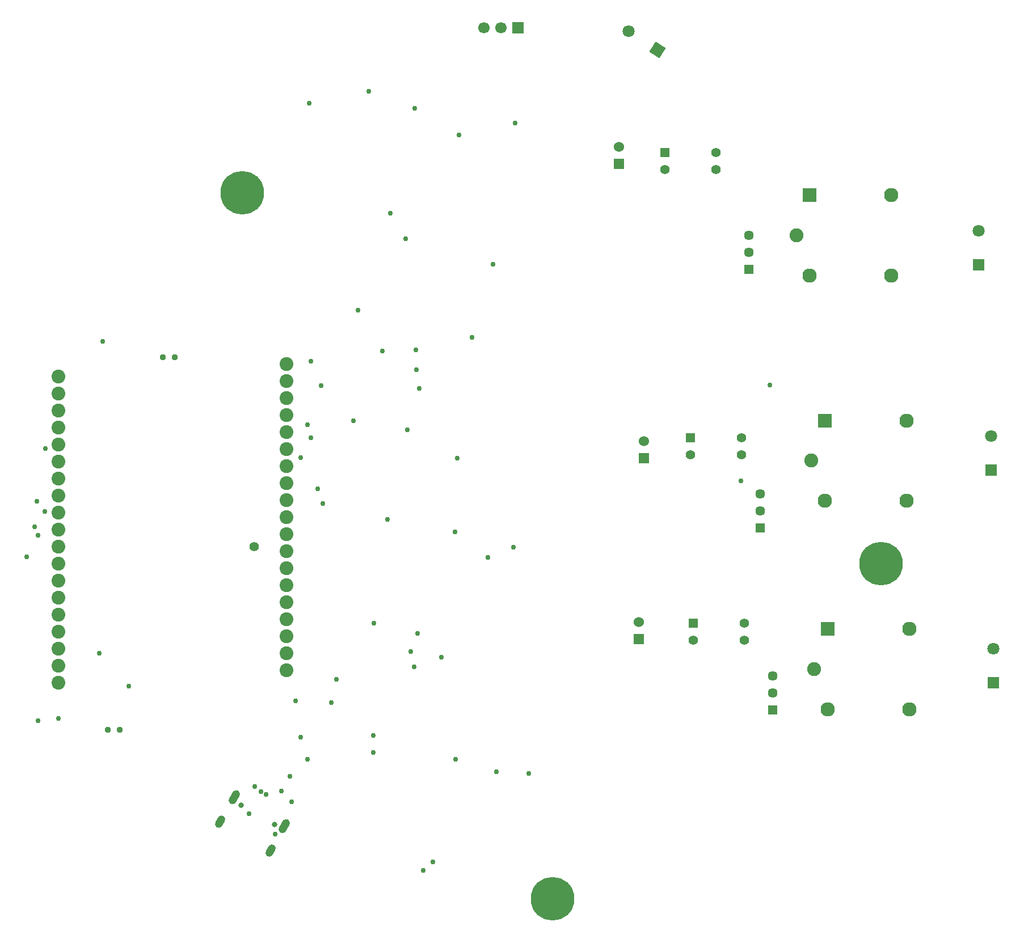
<source format=gbs>
G04*
G04 #@! TF.GenerationSoftware,Altium Limited,Altium Designer,25.5.2 (35)*
G04*
G04 Layer_Color=16711935*
%FSLAX44Y44*%
%MOMM*%
G71*
G04*
G04 #@! TF.SameCoordinates,1C876D45-0CCD-4BF8-8A60-7BCD78DFC47F*
G04*
G04*
G04 #@! TF.FilePolarity,Negative*
G04*
G01*
G75*
%ADD56R,1.7000X1.7000*%
G04:AMPARAMS|DCode=66|XSize=1.15mm|YSize=1.95mm|CornerRadius=0.575mm|HoleSize=0mm|Usage=FLASHONLY|Rotation=330.000|XOffset=0mm|YOffset=0mm|HoleType=Round|Shape=RoundedRectangle|*
%AMROUNDEDRECTD66*
21,1,1.1500,0.8000,0,0,330.0*
21,1,0.0000,1.9500,0,0,330.0*
1,1,1.1500,-0.2000,-0.3464*
1,1,1.1500,-0.2000,-0.3464*
1,1,1.1500,0.2000,0.3464*
1,1,1.1500,0.2000,0.3464*
%
%ADD66ROUNDEDRECTD66*%
G04:AMPARAMS|DCode=67|XSize=1.15mm|YSize=2.25mm|CornerRadius=0.575mm|HoleSize=0mm|Usage=FLASHONLY|Rotation=330.000|XOffset=0mm|YOffset=0mm|HoleType=Round|Shape=RoundedRectangle|*
%AMROUNDEDRECTD67*
21,1,1.1500,1.1000,0,0,330.0*
21,1,0.0000,2.2500,0,0,330.0*
1,1,1.1500,-0.2750,-0.4763*
1,1,1.1500,-0.2750,-0.4763*
1,1,1.1500,0.2750,0.4763*
1,1,1.1500,0.2750,0.4763*
%
%ADD67ROUNDEDRECTD67*%
%ADD68C,6.5000*%
%ADD69C,1.4480*%
%ADD70R,1.4480X1.4480*%
%ADD71C,1.4100*%
%ADD72R,1.4100X1.4100*%
%ADD73C,1.5280*%
%ADD74R,1.5280X1.5280*%
%ADD75C,1.8000*%
%ADD76P,2.5456X4X192.0*%
%ADD77C,2.1300*%
%ADD78C,2.0850*%
%ADD79R,2.1300X2.1300*%
%ADD80C,1.7000*%
%ADD81C,2.0550*%
%ADD82R,1.8000X1.8000*%
%ADD83C,0.9500*%
%ADD84C,0.7500*%
%ADD85C,1.4200*%
%ADD107C,0.8000*%
D56*
X1096010Y1461770D02*
D03*
D66*
X651833Y276393D02*
D03*
X726657Y233193D02*
D03*
D67*
X747557Y269393D02*
D03*
X672733Y312593D02*
D03*
D68*
X1638300Y661670D02*
D03*
X684530Y1215390D02*
D03*
X1148080Y161290D02*
D03*
D69*
X1476180Y494030D02*
D03*
Y468630D02*
D03*
X1457960Y765810D02*
D03*
Y740410D02*
D03*
X1440620Y1151890D02*
D03*
Y1126490D02*
D03*
D70*
X1476180Y443230D02*
D03*
X1457960Y715010D02*
D03*
X1440620Y1101090D02*
D03*
D71*
X1433830Y572770D02*
D03*
Y547370D02*
D03*
X1357630D02*
D03*
X1391920Y1275080D02*
D03*
Y1249680D02*
D03*
X1315720D02*
D03*
X1430020Y849630D02*
D03*
Y824230D02*
D03*
X1353820D02*
D03*
D72*
X1357630Y572770D02*
D03*
X1315720Y1275080D02*
D03*
X1353820Y849630D02*
D03*
D73*
X1276350Y574040D02*
D03*
X1283970Y844550D02*
D03*
X1247140Y1283970D02*
D03*
D74*
X1276350Y548640D02*
D03*
X1283970Y819150D02*
D03*
X1247140Y1258570D02*
D03*
D75*
X1261398Y1456554D02*
D03*
X1802130Y852170D02*
D03*
X1783990Y1158575D02*
D03*
X1805940Y534670D02*
D03*
D76*
X1304002Y1428886D02*
D03*
D77*
X1676160Y875340D02*
D03*
Y755340D02*
D03*
X1554160D02*
D03*
X1680250Y444190D02*
D03*
X1653580Y1091890D02*
D03*
Y1211890D02*
D03*
X1531580Y1091890D02*
D03*
X1680250Y564190D02*
D03*
X1558250Y444190D02*
D03*
D78*
X1534160Y815340D02*
D03*
X1511580Y1151890D02*
D03*
X1538250Y504190D02*
D03*
D79*
X1554160Y875340D02*
D03*
X1558250Y564190D02*
D03*
X1531580Y1211890D02*
D03*
D80*
X1045210Y1461770D02*
D03*
X1070610D02*
D03*
D81*
X750500Y960063D02*
D03*
Y807663D02*
D03*
X410140Y610813D02*
D03*
X750500Y909263D02*
D03*
X410140Y534613D02*
D03*
Y661613D02*
D03*
Y712413D02*
D03*
X750500Y756863D02*
D03*
Y731463D02*
D03*
Y553663D02*
D03*
X410140Y839413D02*
D03*
Y890213D02*
D03*
X750500Y883863D02*
D03*
Y629863D02*
D03*
Y579063D02*
D03*
X410140Y687013D02*
D03*
X750500Y934663D02*
D03*
X410140Y560013D02*
D03*
Y636213D02*
D03*
Y814013D02*
D03*
X750500Y858463D02*
D03*
Y782263D02*
D03*
Y604463D02*
D03*
Y502863D02*
D03*
X410140Y788613D02*
D03*
X750500Y680663D02*
D03*
X410140Y737813D02*
D03*
X750500Y833063D02*
D03*
Y528263D02*
D03*
X410140Y509213D02*
D03*
Y585413D02*
D03*
X750500Y706063D02*
D03*
Y655263D02*
D03*
X410140Y763213D02*
D03*
Y864813D02*
D03*
Y915613D02*
D03*
Y941013D02*
D03*
Y483813D02*
D03*
D82*
X1783990Y1107775D02*
D03*
X1802130Y801370D02*
D03*
X1805940Y483870D02*
D03*
D83*
X584130Y970223D02*
D03*
X566130D02*
D03*
X501690Y413963D02*
D03*
X483690D02*
D03*
D84*
X942340Y1341120D02*
D03*
X1008380Y1301750D02*
D03*
X1428750Y784860D02*
D03*
X734060Y257810D02*
D03*
X694690Y288290D02*
D03*
X379730Y426720D02*
D03*
X881380Y572770D02*
D03*
X825500Y488950D02*
D03*
X379730Y703580D02*
D03*
X374650Y716280D02*
D03*
X363220Y671830D02*
D03*
X873760Y1366520D02*
D03*
X1005840Y819150D02*
D03*
X1089660Y685800D02*
D03*
X1112520Y347980D02*
D03*
X955040Y203200D02*
D03*
X1003300Y369570D02*
D03*
X944880Y951230D02*
D03*
X1051560Y670560D02*
D03*
X1064223Y351305D02*
D03*
X969010Y215900D02*
D03*
X782320Y868680D02*
D03*
X787400Y849630D02*
D03*
X930910Y861060D02*
D03*
X948690Y923290D02*
D03*
X1027430Y999490D02*
D03*
X857250Y1040130D02*
D03*
X784860Y1348740D02*
D03*
X802640Y927100D02*
D03*
X943610Y980440D02*
D03*
X905510Y1184910D02*
D03*
X1092200Y1319530D02*
D03*
X1059180Y1108710D02*
D03*
X928370Y1146810D02*
D03*
X850900Y875030D02*
D03*
X787400Y963930D02*
D03*
X894080Y979170D02*
D03*
X1471930Y928370D02*
D03*
X410210Y430530D02*
D03*
X1002030Y708660D02*
D03*
X391160Y833120D02*
D03*
X389890Y739140D02*
D03*
X471100Y528263D02*
D03*
X764470Y457143D02*
D03*
X378460Y754380D02*
D03*
X476250Y993140D02*
D03*
X772090Y820363D02*
D03*
X797490Y773373D02*
D03*
X805110Y751783D02*
D03*
X901630Y727653D02*
D03*
X935920Y530803D02*
D03*
X946080Y557473D02*
D03*
X941000Y507943D02*
D03*
X981640Y521913D02*
D03*
X772090Y402533D02*
D03*
X515550Y478733D02*
D03*
X782250Y369513D02*
D03*
X880040Y405073D02*
D03*
Y379673D02*
D03*
X755580Y344113D02*
D03*
X703510Y328873D02*
D03*
X720020Y317443D02*
D03*
X742880Y322523D02*
D03*
X817810Y454603D02*
D03*
X712400Y321253D02*
D03*
X758120Y306013D02*
D03*
D85*
X702240Y687013D02*
D03*
D107*
X682617Y301113D02*
D03*
X732673Y272213D02*
D03*
M02*

</source>
